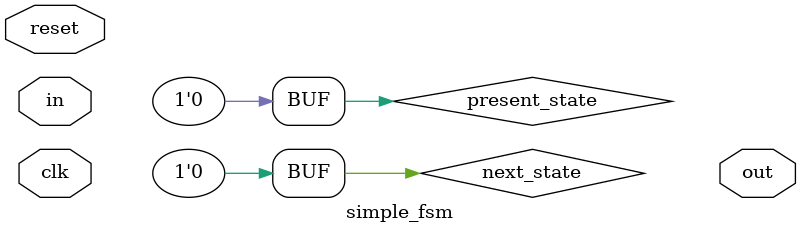
<source format=v>
module simple_fsm(clk, reset, in, out);
input clk;
input reset;
input in;
output out;
wire out;
reg present_state, next_state;
// In state 0, if in=1, stay in state 0. In state 0, if in=0, go to state 1
// In state 1, if in=1, stay in state 1. In state 1, if in=0, go to state 0
// out=1 in state 0 and out=0 in state 1
assign present_state = 0;
assign next_state = 0;
always@(posedge clk)
begin
begin
if (reset)
present_state <= 0;
else
present_state <= next_state;
end
end
endmodule

</source>
